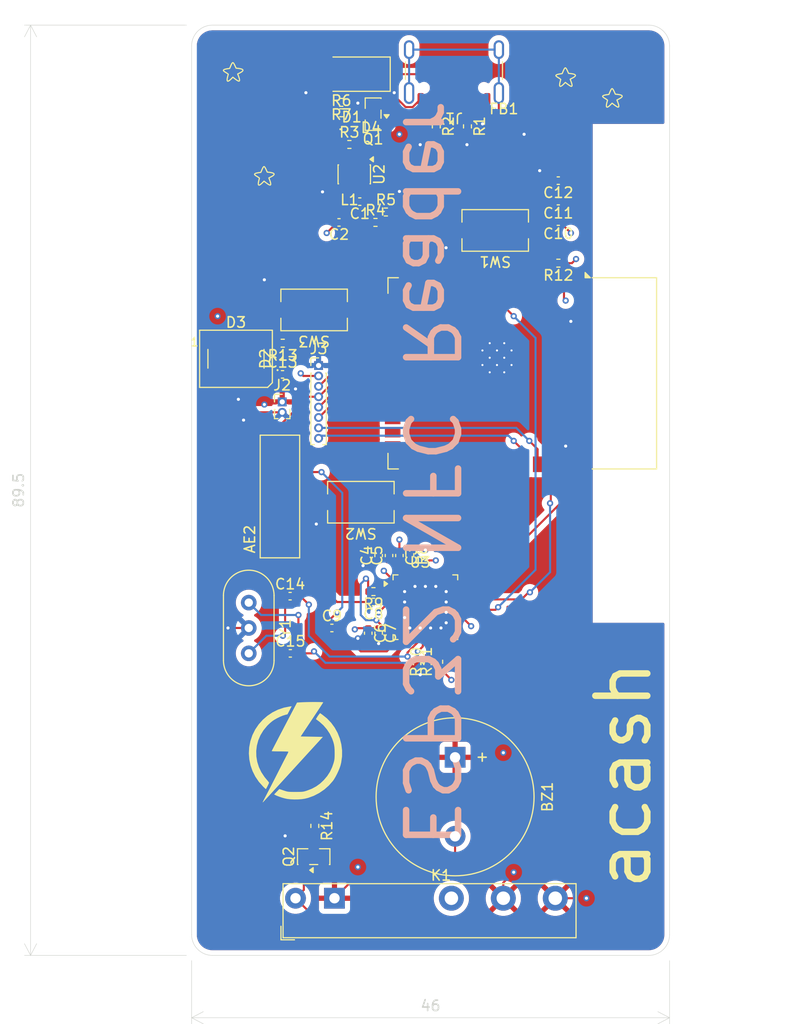
<source format=kicad_pcb>
(kicad_pcb (version 20241229) (generator "pcbnew") (generator_version "9.0")
  (layers (0 "F.Cu" signal) (4 "In1.Cu" signal) (6 "In2.Cu" signal) (2 "B.Cu" signal) (13 "F.Paste" user) (15 "B.Paste" user) (5 "F.SilkS" user "F.Silkscreen") (7 "B.SilkS" user "B.Silkscreen") (1 "F.Mask" user) (3 "B.Mask" user) (25 "Edge.Cuts" user))
  (net 0 "")
  (net 1 "Net-(AE2-Pad2)")
  (net 2 "+5V")
  (net 3 "/DRAIN")
  (net 4 "Net-(U2-BST)")
  (net 5 "/SW")
  (net 6 "+3V3")
  (net 7 "Net-(C2-Pad1)")
  (net 8 "Earth")
  (net 9 "Net-(U3-TX1)")
  (net 10 "Net-(AE2-Pad1)")
  (net 11 "Net-(D2-K)")
  (net 12 "/OSC_IN")
  (net 13 "Net-(C14-Pad1)")
  (net 14 "Net-(C15-Pad1)")
  (net 15 "/OSC_OUT")
  (net 16 "/VBUS_USB")
  (net 17 "/IN")
  (net 18 "Net-(D2-A)")
  (net 20 "Net-(J1-SHIELD)")
  (net 21 "/USB_DP")
  (net 22 "Net-(J1-CC2)")
  (net 23 "/USB_DM")
  (net 26 "Net-(J1-CC1)")
  (net 27 "/RXD0")
  (net 28 "/IO13")
  (net 29 "/IO14")
  (net 30 "/TXD0")
  (net 31 "/IO10")
  (net 32 "/IO12")
  (net 33 "Net-(Q1-G)")
  (net 34 "Net-(U2-EN)")
  (net 35 "/FB")
  (net 36 "/IO33")
  (net 37 "Net-(U3-LOADMOD)")
  (net 38 "Net-(U3-I0)")
  (net 39 "Net-(U3-I1)")
  (net 40 "/EN")
  (net 41 "/IO0")
  (net 42 "/IO9")
  (net 44 "/IO7")
  (net 50 "/I2C_SDA")
  (net 52 "/I2C_SCL")
  (net 88 "Net-(Q2-S)")
  (net 89 "Net-(U3-RX)")
  (footprint "Crystal:Crystal_HC49-U-3Pin_Vertical" (layer "F.Cu") (at 128 101.06 -90)
    (property "Reference" "Y1")
    (property "Value" "27.12MHz")
  )
  (footprint "Resistor_SMD:R_0402_1005Metric" (layer "F.Cu") (at 145.28 106.75 90)
    (property "Reference" "R10")
    (property "Value" "10k")
  )
  (footprint "Capacitor_SMD:C_0402_1005Metric" (layer "F.Cu") (at 138.685 62.478824 180)
    (property "Reference" "C1")
    (property "Value" "0.1uF")
  )
  (footprint "Package_DFN_QFN:HVQFN-40-1EP_6x6mm_P0.5mm_EP4.1x4.1mm" (layer "F.Cu") (at 145 101.5)
    (property "Reference" "U3")
    (property "Value" "PN5321A3HN_C1xx")
  )
  (footprint "Resistor_SMD:R_0402_1005Metric" (layer "F.Cu") (at 146.05 55.238824 -90)
    (property "Reference" "R2")
    (property "Value" "5.1k")
  )
  (footprint "Button_Switch_SMD:SW_Tactile_SPST_NO_Straight_CK_PTS636Sx25SMTRLFS" (layer "F.Cu") (at 138.79 91.4 180)
    (property "Reference" "SW2")
    (property "Value" "BOOT")
  )
  (footprint "Capacitor_SMD:C_0402_1005Metric" (layer "F.Cu") (at 141.5 96.53 90)
    (property "Reference" "C5")
    (property "Value" "4.7uF")
  )
  (footprint "Capacitor_SMD:C_0402_1005Metric" (layer "F.Cu") (at 142.5 96.53 -90)
    (property "Reference" "C3")
    (property "Value" "1uF")
  )
  (footprint "Capacitor_SMD:C_0402_1005Metric" (layer "F.Cu") (at 136.685 64.478824 180)
    (property "Reference" "C2")
    (property "Value" "47uF")
  )
  (footprint "Capacitor_SMD:C_0402_1005Metric" (layer "F.Cu") (at 131.25 79.1)
    (property "Reference" "C13")
    (property "Value" "100nF")
  )
  (footprint "Connector_PinHeader_1.00mm:PinHeader_1x08_P1.00mm_Vertical" (layer "F.Cu") (at 134.72 78.25)
    (property "Reference" "J3")
    (property "Value" "Conn_01x08")
  )
  (footprint "Capacitor_SMD:C_0402_1005Metric" (layer "F.Cu") (at 140.5 96.53 90)
    (property "Reference" "C4")
    (property "Value" "0.1uF")
  )
  (footprint "Resistor_SMD:R_0402_1005Metric" (layer "F.Cu") (at 136.9125 53.931324)
    (property "Reference" "R6")
    (property "Value" "100k")
  )
  (footprint "Resistor_SMD:R_0402_1005Metric" (layer "F.Cu") (at 140 100 180)
    (property "Reference" "R9")
    (property "Value" "1.8k")
  )
  (footprint "Diode_SMD:D_SMA" (layer "F.Cu") (at 138.105 50.216324 180)
    (property "Reference" "D4")
    (property "Value" "D_TVS")
  )
  (footprint "Capacitor_SMD:C_0402_1005Metric" (layer "F.Cu") (at 140.5 104 -90)
    (property "Reference" "C7")
    (property "Value" "1uF")
  )
  (footprint "Capacitor_SMD:C_0402_1005Metric" (layer "F.Cu") (at 132 105.94)
    (property "Reference" "C15")
    (property "Value" "15pF")
  )
  (footprint "lightbulb:star" (layer "F.Cu") (at 129.5 60)
    (property "Reference" "G***" (hide yes))
    (property "Value" "LOGO" (hide yes))
  )
  (footprint "Resistor_SMD:R_0402_1005Metric" (layer "F.Cu") (at 134.3575 122.5425 -90)
    (property "Reference" "R14")
    (property "Value" "220")
  )
  (footprint "Diode_SMD:D_0402_1005Metric" (layer "F.Cu") (at 130.77 77.6 90)
    (property "Reference" "D2")
    (property "Value" "D")
  )
  (footprint "Capacitor_SMD:C_0402_1005Metric" (layer "F.Cu") (at 157.79 60.46 180)
    (property "Reference" "C12")
    (property "Value" "1uF")
  )
  (footprint "lightbulb:star" (layer "F.Cu") (at 158.5 50.5)
    (property "Reference" "G***" (hide yes))
    (property "Value" "LOGO" (hide yes))
  )
  (footprint "Button_Switch_SMD:SW_Tactile_SPST_NO_Straight_CK_PTS636Sx25SMTRLFS" (layer "F.Cu") (at 134.29 72.9 180)
    (property "Reference" "SW3")
    (property "Value" "USER_INPUT")
  )
  (footprint "Capacitor_SMD:C_0402_1005Metric" (layer "F.Cu") (at 157.79 62.43 180)
    (property "Reference" "C11")
    (property "Value" "0.1uF")
  )
  (footprint "Capacitor_SMD:C_0402_1005Metric" (layer "F.Cu") (at 140 101 180)
    (property "Reference" "C8")
    (property "Value" "220pF")
  )
  (footprint "RF_Module:ESP32-S3-WROOM-1" (layer "F.Cu") (at 154.35 79 -90)
    (property "Reference" "U1" (hide yes))
    (property "Value" "ESP32-S3-WROOM-1")
  )
  (footprint "Connector_PinHeader_1.00mm:PinHeader_1x02_P1.00mm_Vertical" (layer "F.Cu") (at 131.22 81.75)
    (property "Reference" "J2")
    (property "Value" "Conn_01x02_Pin")
  )
  (footprint "Button_Switch_SMD:SW_Tactile_SPST_NO_Straight_CK_PTS636Sx25SMTRLFS" (layer "F.Cu") (at 151.72 65.25 180)
    (property "Reference" "SW1")
    (property "Value" "RESET")
  )
  (footprint "Buzzer_Beeper:Buzzer_15x7.5RM7.6" (layer "F.Cu") (at 147.8575 115.9425 -90)
    (property "Reference" "BZ1")
    (property "Value" "Buzzer")
  )
  (footprint "Resistor_SMD:R_0402_1005Metric" (layer "F.Cu") (at 146.28 106.75 90)
    (property "Reference" "R11")
    (property "Value" "10k")
  )
  (footprint "lightbulb:star" (layer "F.Cu") (at 163 52.5)
    (property "Reference" "G***" (hide yes))
    (property "Value" "LOGO" (hide yes))
  )
  (footprint "Package_TO_SOT_SMD:SOT-23" (layer "F.Cu") (at 134.25 125.5 90)
    (property "Reference" "Q2")
    (property "Value" "Q_NMOS")
  )
  (footprint "Package_TO_SOT_SMD:TSOT-23-6" (layer "F.Cu") (at 138.155 59.853824 -90)
    (property "Reference" "U2")
    (property "Value" "AP63203WU")
  )
  (footprint "Inductor_SMD:L_0402_1005Metric" (layer "F.Cu") (at 152.55 54.728824)
    (property "Reference" "FB1")
    (property "Value" "FerriteBead_Small")
  )
  (footprint "RF_Antenna:Coilcraft_MA5532-AE_RFID" (layer "F.Cu") (at 131 90.85 90)
    (property "Reference" "AE2")
    (property "Value" "Antenna_Loop")
  )
  (footprint "Inductor_SMD:L_0402_1005Metric" (layer "F.Cu") (at 137.685 63.478824)
    (property "Reference" "L1")
    (property "Value" "4.7uH")
  )
  (footprint "LED_SMD:LED_WS2812B_PLCC4_5.0x5.0mm_P3.2mm" (layer "F.Cu") (at 126.77 77.6)
    (property "Reference" "D3")
    (property "Value" "WS2812B")
  )
  (footprint "Resistor_SMD:R_0402_1005Metric" (layer "F.Cu") (at 137.685 56.978824)
    (property "Reference" "R3")
    (property "Value" "10k")
  )
  (footprint "Capacitor_SMD:C_0402_1005Metric" (layer "F.Cu") (at 136 103.5)
    (property "Reference" "C9")
    (property "Value" "100pF")
  )
  (footprint "Resistor_SMD:R_0402_1005Metric" (layer "F.Cu") (at 131.27 76.1 180)
    (property "Reference" "R13")
    (property "Value" "330")
  )
  (footprint "Diode_SMD:D_0402_1005Metric" (layer "F.Cu") (at 137.905 55.516324)
    (property "Reference" "D1")
    (property "Value" "D_Schottky")
  )
  (footprint "lightbulb:lightning" (layer "F.Cu") (at 132.5 115.5)
    (property "Reference" "G***" (hide yes))
    (property "Value" "LOGO" (hide yes))
  )
  (footprint "Capacitor_SMD:C_0402_1005Metric" (layer "F.Cu") (at 131.98 100.44)
    (property "Reference" "C14")
    (property "Value" "15pF")
  )
  (footprint "Resistor_SMD:R_0402_1005Metric" (layer "F.Cu") (at 140.195 64.478824)
    (property "Reference" "R4")
    (property "Value" "100k")
  )
  (footprint "Resistor_SMD:R_0402_1005Metric" (layer "F.Cu") (at 141.195 63.478824)
    (property "Reference" "R5")
    (property "Value" "56k")
  )
  (footprint "lightbulb:star" (layer "F.Cu") (at 126.5 50)
    (property "Reference" "G***" (hide yes))
    (property "Value" "LOGO" (hide yes))
  )
  (footprint "Resistor_SMD:R_0402_1005Metric" (layer "F.Cu") (at 149.05 55.238824 -90)
    (property "Reference" "R1")
    (property "Value" "5.1k")
  )
  (footprint "Capacitor_SMD:C_0402_1005Metric" (layer "F.Cu") (at 157.79 64.4 180)
    (property "Reference" "C10")
    (property "Value" "10uF")
  )
  (footprint "Capacitor_SMD:C_0402_1005Metric" (layer "F.Cu") (at 139.5 104 -90)
    (property "Reference" "C6")
    (property "Value" "0.1uF")
  )
  (footprint "Resistor_SMD:R_0402_1005Metric" (layer "F.Cu") (at 136.9025 52.931324 180)
    (property "Reference" "R7")
    (property "Value" "100k")
  )
  (footprint "Package_TO_SOT_SMD:SOT-23" (layer "F.Cu") (at 139.9675 54.066324 180)
    (property "Reference" "Q1")
    (property "Value" "PMOS")
  )
  (footprint "Resistor_SMD:R_0402_1005Metric" (layer "F.Cu") (at 143.5 96.5 -90)
    (property "Reference" "R8")
    (property "Value" "10k")
  )
  (footprint "Connector_USB:USB_C_Receptacle_GCT_USB4105-xx-A_16P_TopMnt_Horizontal" (layer "F.Cu") (at 147.75 48.928824 180)
    (property "Reference" "J1")
    (property "Value" "USB_C_Receptacle_USB2.0_16P")
  )
  (footprint "Resistor_SMD:R_0402_1005Metric" (layer "F.Cu") (at 157.8 68.4 180)
    (property "Reference" "R12")
    (property "Value" "10k")
  )
  (footprint "Relay_THT:Relay_SPDT_Finder_34.51_Vertical" (layer "F.Cu") (at 136.25 129.5)
    (property "Reference" "K1")
    (property "Value" "Relay_SPDT")
  )
  (gr_arc (start 168.5 133) (mid 167.914214 134.414214) (end 166.5 135) (stroke (width 0.05)) (layer "Edge.Cuts"))
  (gr_line (start 122.5 133) (end 122.5 47.5) (stroke (width 0.05)) (layer "Edge.Cuts"))
  (gr_line (start 168.5 47.5) (end 168.5 133) (stroke (width 0.05)) (layer "Edge.Cuts"))
  (gr_arc (start 124.5 135) (mid 123.085786 134.414214) (end 122.5 133) (stroke (width 0.05)) (layer "Edge.Cuts"))
  (gr_line (start 124.5 45.5) (end 166.5 45.5) (stroke (width 0.05)) (layer "Edge.Cuts"))
  (gr_arc (start 122.5 47.5) (mid 123.085786 46.085786) (end 124.5 45.5) (stroke (width 0.05)) (layer "Edge.Cuts"))
  (gr_line (start 166.5 135) (end 124.5 135) (stroke (width 0.05)) (layer "Edge.Cuts"))
  (gr_arc (start 166.5 45.5) (mid 167.914214 46.085786) (end 168.5 47.5) (stroke (width 0.05)) (layer "Edge.Cuts"))
  (gr_text "acash\n" (at 167 129 90) (layer "F.SilkS") (effects (font (size 5 5) (thickness 0.625)) (justify left bottom)))
  (gr_text "ESP32 NFC Reader" (at 142.5 125 270) (layer "B.SilkS") (effects (font (size 5 5) (thickness 0.625)) (justify left bottom mirror)))
  (dimension (type orthogonal) (layer "Edge.Cuts") (pts (xy 122.5 135) (xy 122.5 45.5)) (height -15.5) (orientation 1) (format (prefix "") (suffix "") (units 3) (units_format 0) (precision 4) (suppress_zeroes yes)) (style (thickness 0.05) (arrow_length 1.27) (text_position_mode 0) (arrow_direction outward) (extension_height 0.58642) (extension_offset 0.5) (keep_text_aligned yes)) (gr_text "89.5" (at 105.85 90.25 90) (layer "Edge.Cuts") (effects (font (size 1 1) (thickness 0.15)))))
  (dimension (type orthogonal) (layer "Edge.Cuts") (pts (xy 122.5 135) (xy 168.5 135)) (height 6) (orientation 0) (format (prefix "") (suffix "") (units 3) (units_format 0) (precision 4) (suppress_zeroes yes)) (style (thickness 0.05) (arrow_length 1.27) (text_position_mode 0) (arrow_direction outward) (extension_height 0.58642) (extension_offset 0.5) (keep_text_aligned yes)) (gr_text "46" (at 145.5 139.85 0) (layer "Edge.Cuts") (effects (font (size 1 1) (thickness 0.15)))))
  (segment (start 133.3 88.5) (end 135 88.5) (width 0.2) (layer "F.Cu") (net 1))
  (segment (start 135.52 102.98) (end 136.5 102) (width 0.2) (layer "F.Cu") (net 1))
  (segment (start 135.52 103.5) (end 135.52 102.98) (width 0.2) (layer "F.Cu") (net 1))
  (segment (start 131 86.2) (end 133.3 88.5) (width 0.2) (layer "F.Cu") (net 1))
  (via (at 136.5 102) (size 0.6) (drill 0.3) (layers "F.Cu" "B.Cu") (net 1))
  (via (at 135 88.5) (size 0.6) (drill 0.3) (layers "F.Cu" "B.Cu") (net 1))
  (segment (start 137 101.5) (end 136.5 102) (width 0.2) (layer "B.Cu") (net 1))
  (segment (start 137 90.5) (end 137 101.5) (width 0.2) (layer "B.Cu") (net 1))
  (segment (start 135 88.5) (end 137 90.5) (width 0.2) (layer "B.Cu") (net 1))
  (segment (start 136.25 129.5) (end 138.5 127.25) (width 0.2) (layer "F.Cu") (net 2))
  (segment (start 147.8575 115.9425) (end 152.0575 115.9425) (width 0.2) (layer "F.Cu") (net 2))
  (segment (start 131.22 81.75) (end 129.75 81.75) (width 0.2) (layer "F.Cu") (net 2))
  (segment (start 152.5 129.5) (end 152.5 128) (width 0.2) (layer "F.Cu") (net 2))
  (segment (start 138.5 127.25) (end 138.5 126.5) (width 0.2) (layer "F.Cu") (net 2))
  (segment (start 125 75.27) (end 125 73.5) (width 0.2) (layer "F.Cu") (net 2))
  (segment (start 124.32 75.95) (end 125 75.27) (width 0.2) (layer "F.Cu") (net 2))
  (segment (start 129.75 81.75) (end 129.5 82) (width 0.2) (layer "F.Cu") (net 2))
  (segment (start 141.888676 56) (end 142.5 56) (width 0.2) (layer "F.Cu") (net 2))
  (segment (start 157.5 129.5) (end 160.5 129.5) (width 0.2) (layer "F.Cu") (net 2))
  (segment (start 152.5 128) (end 153.5 127) (width 0.2) (layer "F.Cu") (net 2))
  (segment (start 152.0575 115.9425) (end 152.5 115.5) (width 0.2) (layer "F.Cu") (net 2))
  (segment (start 140.905 55.016324) (end 141.888676 56) (width 0.2) (layer "F.Cu") (net 2))
  (via (at 138.5 126.5) (size 0.6) (drill 0.3) (layers "F.Cu" "B.Cu") (net 2))
  (via (at 160.5 129.5) (size 0.6) (drill 0.3) (layers "F.Cu" "B.Cu") (net 2))
  (via (at 142.5 56) (size 0.6) (drill 0.3) (layers "F.Cu" "B.Cu") (net 2))
  (via (at 152.5 115.5) (size 0.6) (drill 0.3) (layers "F.Cu" "B.Cu") (net 2))
  (via (at 153.5 127) (size 0.6) (drill 0.3) (layers "F.Cu" "B.Cu") (net 2))
  (via (at 125 73.5) (size 0.6) (drill 0.3) (layers "F.Cu" "B.Cu") (net 2))
  (via (at 129.5 82) (size 0.6) (drill 0.3) (layers "F.Cu" "B.Cu") (net 2))
  (segment (start 147.8575 125.6725) (end 147.8575 123.5425) (width 0.2) (layer "F.Cu") (net 3))
  (segment (start 134.25 131.25) (end 142.28 131.25) (width 0.2) (layer "F.Cu") (net 3))
  (segment (start 132.5 129.5) (end 134.25 131.25) (width 0.2) (layer "F.Cu") (net 3))
  (segment (start 142.28 131.25) (end 147.8575 125.6725) (width 0.2) (layer "F.Cu") (net 3))
  (segment (start 133.3 126.4375) (end 133.3 128.7) (width 0.2) (layer "F.Cu") (net 3))
  (segment (start 133.3 128.7) (end 132.5 129.5) (width 0.2) (layer "F.Cu") (net 3))
  (segment (start 139.165 61.051324) (end 139.105 60.991324) (width 0.2) (layer "F.Cu") (net 4))
  (segment (start 139.165 62.478824) (end 139.165 61.051324) (width 0.2) (layer "F.Cu") (net 4))
  (segment (start 138.205 62.478824) (end 138.205 61.041324) (width 0.2) (layer "F.Cu") (net 5))
  (segment (start 138.17 63.478824) (end 138.17 62.513824) (width 0.2) (layer "F.Cu") (net 5))
  (segment (start 138.205 61.041324) (end 138.155 60.991324) (width 0.2) (layer "F.Cu") (net 5))
  (segment (start 138.17 62.513824) (end 138.205 62.478824) (width 0.2) (layer "F.Cu") (net 5))
  (segment (start 142.5 96.05) (end 142.5 95) (width 0.2) (layer "F.Cu") (net 6))
  (segment (start 138.321677 103.52) (end 138.207363 103.634314) (width 0.2) (layer "F.Cu") (net 6))
  (segment (start 158.27 64.4) (end 158.27 62.43) (width 0.2) (layer "F.Cu") (net 6))
  (segment (start 147.9375 102.75) (end 148.825763 102.75) (width 0.2) (layer "F.Cu") (net 6))
  (segment (start 142.0625 103.25) (end 140.78 103.25) (width 0.2) (layer "F.Cu") (net 6))
  (segment (start 139.5 103.52) (end 138.321677 103.52) (width 0.2) (layer "F.Cu") (net 6))
  (segment (start 142.0625 101.25) (end 141.25 101.25) (width 0.2) (layer "F.Cu") (net 6))
  (segment (start 139.49 100) (end 139.49 98.96) (width 0.2) (layer "F.Cu") (net 6))
  (segment (start 148.825763 102.75) (end 149.40031 103.324547) (width 0.2) (layer "F.Cu") (net 6))
  (segment (start 142.0625 102.75) (end 142.0625 103.25) (width 0.2) (layer "F.Cu") (net 6))
  (segment (start 158.27 64.77) (end 159 65.5) (width 0.2) (layer "F.Cu") (net 6))
  (segment (start 141.25 101.25) (end 140.5 102) (width 0.2) (layer "F.Cu") (net 6))
  (segment (start 143.51 96) (end 143.5 95.99) (width 0.2) (layer "F.Cu") (net 6))
  (segment (start 147.5 108.5) (end 147.5 108.48) (width 0.2) (layer "F.Cu") (net 6))
  (segment (start 140.78 103.25) (end 140.28 102.75) (width 0.2) (layer "F.Cu") (net 6))
  (segment (start 139.49 98.96) (end 139.28 98.75) (width 0.2) (layer "F.Cu") (net 6))
  (segment (start 146 97) (end 145.359202 97) (width 0.2) (layer "F.Cu") (net 6))
  (segment (start 145.359202 97) (end 144.25 98.109202) (width 0.2) (layer "F.Cu") (net 6))
  (segment (start 158.27 62.43) (end 158.27 60.46) (width 0.2) (layer "F.Cu") (net 6))
  (segment (start 136.205 64.795) (end 135.5 65.5) (width 0.2) (layer "F.Cu") (net 6))
  (segment (start 143 98.5625) (end 141.5625 98.5625) (width 0.2) (layer "F.Cu") (net 6))
  (segment (start 158.34 71.84) (end 158.5 72) (width 0.2) (layer "F.Cu") (net 6))
  (segment (start 134.72 79.25) (end 133.25 79.25) (width 0.2) (layer "F.Cu") (net 6))
  (segment (start 142.5 96.05) (end 141.5 96.05) (width 0.2) (layer "F.Cu") (net 6))
  (segment (start 140.5 103.52) (end 139.5 103.52) (width 0.2) (layer "F.Cu") (net 6))
  (segment (start 136.205 64.478824) (end 136.205 64.795) (width 0.2) (layer "F.Cu") (net 6))
  (segment (start 142.0625 103.25) (end 140.77 103.25) (width 0.2) (layer "F.Cu") (net 6))
  (segment (start 141.5 96.05) (end 140.5 96.05) (width 0.2) (layer "F.Cu") (net 6))
  (segment (start 147.5 108.48) (end 146.28 107.26) (width 0.2) (layer "F.Cu") (net 6))
  (segment (start 158.31 68.4) (end 159.1 68.4) (width 0.2) (layer "F.Cu") (net 6))
  (segment (start 143.25 98.5625) (end 143 98.5625) (width 0.2) (layer "F.Cu") (net 6))
  (segment (start 159.1 68.4) (end 159.5 68) (width 0.2) (layer "F.Cu") (net 6))
  (segment (start 158.34 70.25) (end 158.34 71.84) (width 0.2) (layer "F.Cu") (net 6))
  (segment (start 145 96) (end 143.51 96) (width 0.2) (layer "F.Cu") (net 6))
  (segment (start 133.25 79.25) (end 133 79) (width 0.2) (layer "F.Cu") (net 6))
  (segment (start 144.25 98.109202) (end 144.25 98.5625) (width 0.2) (layer "F.Cu") (net 6))
  (segment (start 140.77 103.25) (end 140.5 103.52) (width 0.2) (layer "F.Cu") (net 6))
  (segment (start 158.27 64.4) (end 158.27 64.77) (width 0.2) (layer "F.Cu") (net 6))
  (segment (start 141.5625 98.5625) (end 141 98) (width 0.2) (layer "F.Cu") (net 6))
  (segment (start 143 98.5625) (end 142.75 98.5625) (width 0.2) (layer "F.Cu") (net 6))
  (via (at 141 98) (size 0.6) (drill 0.3) (layers "F.Cu" "B.Cu") (net 6))
  (via (at 145 96) (size 0.6) (drill 0.3) (layers "F.Cu" "B.Cu") (net 6))
  (via (at 138.207363 103.634314) (size 0.6) (drill 0.3) (layers "F.Cu" "B.Cu") (net 6))
  (via (at 159 65.5) (size 0.6) (drill 0.3) (layers "F.Cu" "B.Cu") (net 6))
  (via (at 133 79) (size 0.6) (drill 0.3) (layers "F.Cu" "B.Cu") (net 6))
  (via (at 140.5 102) (size 0.6) (drill 0.3) (layers "F.Cu" "B.Cu") (net 6))
  (via (at 140.28 102.75) (size 0.6) (drill 0.3) (layers "F.Cu" "B.Cu") (net 6))
  (via (at 147.5 108.5) (size 0.6) (drill 0.3) (layers "F.Cu" "B.Cu") (net 6))
  (via (at 142.5 95) (size 0.6) (drill 0.3) (layers "F.Cu" "B.Cu") (net 6))
  (via (at 135.5 65.5) (size 0.6) (drill 0.3) (layers "F.Cu" "B.Cu") (net 6))
  (via (at 141 98) (size 0.6) (drill 0.3) (layers "F.Cu" "B.Cu") (net 6))
  (via (at 139.28 98.75) (size 0.6) (drill 0.3) (layers "F.Cu" "B.Cu") (net 6))
  (via (at 141 98) (size 0.6) (drill 0.3) (layers "F.Cu" "B.Cu") (net 6))
  (via (at 149.40031 103.324547) (size 0.6) (drill 0.3) (layers "F.Cu" "B.Cu") (net 6))
  (via (at 146 97) (size 0.6) (drill 0.3) (layers "F.Cu" "B.Cu") (net 6))
  (via (at 158.5 72) (size 0.6) (drill 0.3) (layers "F.Cu" "B.Cu") (net 6))
  (via (at 159.5 68) (size 0.6) (drill 0.3) (layers "F.Cu" "B.Cu") (net 6))
  (segment (start 138.78 99.25) (end 139.28 98.75) (width 0.2) (layer "B.Cu") (net 6))
  (segment (start 138.78 102.25) (end 138.78 99.25) (width 0.2) (layer "B.Cu") (net 6))
  (segment (start 139.28 102.75) (end 138.78 102.25) (width 0.2) (layer "B.Cu") (net 6))
  (segment (start 140.28 102.75) (end 139.28 102.75) (width 0.2) (layer "B.Cu") (net 6))
  (segment (start 137.165 63.513824) (end 137.2 63.478824) (width 0.2) (layer "F.Cu") (net 7))
  (segment (start 137.165 64.478824) (end 137.165 63.513824) (width 0.2) (layer "F.Cu") (net 7))
  (segment (start 139.685 64.478824) (end 137.165 64.478824) (width 0.2) (layer "F.Cu") (net 7))
  (segment (start 159.61 87.11) (end 158.5 86) (width 0.2) (layer "F.Cu") (net 8))
  (segment (start 142.0625 100.25) (end 142.75 100.25) (width 0.2) (layer "F.Cu") (net 8))
  (segment (start 128 103.5) (end 126 103.5) (width 0.2) (layer "F.Cu") (net 8))
  (segment (start 150.95 54.55) (end 150.5 55) (width 0.2) (layer "F.Cu") (net 8))
  (segment (start 144 102.5) (end 145 101.5) (width 0.2) (layer "F.Cu") (net 8))
  (segment (start 143.774 53.384824) (end 143.098215 53.384824) (width 0.2) (layer "F.Cu") (net 8))
  (segment (start 128.25 82.75) (end 127.5 83.5) (width 0.2) (layer "F.Cu") (net 8))
  (segment (start 143.098215 53.384824) (end 142 52.286609) (width 0.2) (layer "F.Cu") (net 8))
  (segment (start 127 81.47) (end 129.22 79.25) (width 0.2) (layer "F.Cu") (net 8))
  (segment (start 142.75 100.25) (end 143 100) (width 0.2) (layer "F.Cu") (net 8))
  (segment (start 142.0625 99.25) (end 142.1135 99.301) (width 0.2) (layer "F.Cu") (net 8))
  (segment (start 159 74) (end 159.61 73.39) (width 0.2) (layer "F.Cu") (net 8))
  (segment (start 147 103) (end 146.5 103) (width 0.2) (layer "F.Cu") (net 8))
  (segment (start 143 100) (end 143.5 100) (width 0.2) (layer "F.Cu") (net 8))
  (segment (start 142 52.286609) (end 142 52) (width 0.2) (layer "F.Cu") (net 8))
  (segment (start 145 99.5) (end 145 101.5) (width 0.2) (layer "F.Cu") (net 8))
  (segment (start 146.05 55.748824) (end 145.751176 55.748824) (width 0.2) (layer "F.Cu") (net 8))
  (segment (start 147 102) (end 145.5 102) (width 0.2) (layer "F.Cu") (net 8))
  (segment (start 156.96 60.46) (end 156 59.5) (width 0.2) (layer "F.Cu") (net 8))
  (segment (start 144.55 52.608824) (end 143.774 53.384824) (width 0.2) (layer "F.Cu") (net 8))
  (segment (start 130.415 72.9) (end 130.415 70.915) (width 0.2) (layer "F.Cu") (net 8))
  (segment (start 142.1135 99.301) (end 143.801 99.301) (width 0.2) (layer "F.Cu") (net 8))
  (segment (start 142.0625 102.25) (end 142.75 102.25) (width 0.2) (layer "F.Cu") (net 8))
  (segment (start 131.22 82.75) (end 128.25 82.75) (width 0.2) (layer "F.Cu") (net 8))
  (segment (start 142.75 102.25) (end 143 102.5) (width 0.2) (layer "F.Cu") (net 8))
  (segment (start 134.915 91.4) (end 134.915 93.085) (width 0.2) (layer "F.Cu") (net 8))
  (segment (start 157.31 64.4) (end 157.31 62.43) (width 0.2) (layer "F.Cu") (net 8))
  (segment (start 154.5 56) (end 154.306176 56) (width 0.2) (layer "F.Cu") (net 8))
  (segment (start 143.801 99.301) (end 144 99.5) (width 0.2) (layer "F.Cu") (net 8))
  (segment (start 147 100) (end 146.5 100) (width 0.2) (layer "F.Cu") (net 8))
  (segment (start 145.751176 55.748824) (end 144.5 57) (width 0.2) (layer "F.Cu") (net 8))
  (segment (start 147.845 65.25) (end 147.845 66.058548) (width 0.2) (layer "F.Cu") (net 8))
  (segment (start 141.705 63.478824) (end 141.705 62.295) (width 0.2) (layer "F.Cu") (net 8))
  (segment (start 143.5 100) (end 145 101.5) (width 0.2) (layer "F.Cu") (net 8))
  (segment (start 157.31 62.43) (end 157.31 60.46) (width 0.2) (layer "F.Cu") (net 8))
  (segment (start 145 103) (end 144.5 103.5) (width 0.2) (layer "F.Cu") (net 8))
  (segment (start 142.824 103.910202) (end 143.234202 103.5) (width 0.2) (layer "F.Cu") (net 8))
  (segment (start 144.5 101) (end 145 101.5) (width 0.2) (layer "F.Cu") (net 8))
  (segment (start 134.25 124.5625) (end 133.1875 123.5) (width 0.2) (layer "F.Cu") (net 8))
  (segment (start 159.61 87.75) (end 159.61 87.11) (width 0.2) (layer "F.Cu") (net 8))
  (segment (start 141.705 62.295) (end 142.5 61.5) (width 0.2) (layer "F.Cu") (net 8))
  (segment (start 146 100.5) (end 145 101.5) (width 0.2) (layer "F.Cu") (net 8))
  (segment (start 140.5 104.48) (end 140.5 105) (width 0.2) (layer "F.Cu") (net 8))
  (segment (start 132.5 80.5) (end 132.5 79.87) (width 0.2) (layer "F.Cu") (net 8))
  (segment (start 143 102.5) (end 144 102.5) (width 0.2) (layer "F.Cu") (net 8))
  (segment (start 154.306176 56) (end 153.035 54.728824) (width 0.2) (layer "F.Cu") (net 8))
  (segment (start 138.52 104.48) (end 138.5 104.5) (width 0.2) (layer "F.Cu") (net 8))
  (segment (start 149.05 55.748824) (end 149.05 56.95) (width 0.2) (layer "F.Cu") (net 8))
  (segment (start 142.824 104.3635) (end 142.824 103.910202) (width 0.2) (layer "F.Cu") (net 8))
  (segment (start 134.915 93.085) (end 134.5 93.5) (width 0.2) (layer "F.Cu") (net 8))
  (segment (start 144 100.5) (end 145 101.5) (width 0.2) (layer "F.Cu") (net 8))
  (segment (start 149.05 56.95) (end 149 57) (width 0.2) (layer "F.Cu") (net 8))
  (segment (start 137.481176 53) (end 137.4125 52.931324) (width 0.2) (layer "F.Cu") (net 8))
  (segment (start 146.5 103.5) (end 146.5 103) (width 0.2) (layer "F.Cu") (net 8))
  (segment (start 145.28 107.26) (end 145.24 107.26) (width 0.2) (layer "F.Cu") (net 8))
  (segment (start 132.5 79.87) (end 131.73 79.1) (width 0.2) (layer "F.Cu") (net 8))
  (segment (start 145 101.5) (end 145 103) (width 0.2) (layer "F.Cu") (net 8))
  (segment (start 143.5 103) (end 145 101.5) (width 0.2) (layer "F.Cu") (net 8))
  (segment (start 144 99.5) (end 144 100.5) (width 0.2) (layer "F.Cu") (net 8))
  (segment (start 136.656152 61.540172) (end 135.097861 61.540172) (width 0.2) (layer "F.Cu") (net 8))
  (segment (start 147 101) (end 145.5 101) (width 0.2) (layer "F.Cu") (net 8))
  (segment (start 145.24 107.26) (end 144.5 108) (width 0.2) (layer "F.Cu") (net 8))
  (segment (start 145.5 103.5) (end 145.5 102) (width 0.2) (layer "F.Cu") (net 8))
  (segment (start 133.5 52) (end 135.283676 50.216324) (width 0.2) (layer "F.Cu") (net 8))
  (segment (start 142.75 104.4375) (end 142.824 104.3635) (width 0.2) (layer "F.Cu") (net 8))
  (segment (start 141.5 97.01) (end 140.5 97.01) (width 0.2) (layer "F.Cu") (net 8))
  (segment (start 139.5 104.48) (end 138.52 104.48) (width 0.2) (layer "F.Cu") (net 8))
  (segment (start 137.205 60.991324) (end 136.656152 61.540172) (width 0.2) (layer "F.Cu") (net 8))
  (segment (start 147.845 66.058548) (end 146.987272 66.916276) (width 0.2) (layer "F.Cu") (net 8))
  (segment (start 138.5 53) (end 137.481176 53) (width 0.2) (layer "F.Cu") (net 8))
  (segment (start 145.5 101) (end 145 101.5) (width 0.2) (layer "F.Cu") (net 8))
  (segment (start 133.1875 123.5) (end 131.5 123.5) (width 0.2) (layer "F.Cu") (net 8))
  (segment (start 146.5 100) (end 145 101.5) (width 0.2) (layer "F.Cu") (net 8))
  (segment (start 143.5 103.5) (end 143.5 103) (width 0.2) (layer "F.Cu") (net 8))
  (segment (start 146.5 103) (end 145 101.5) (width 0.2) (layer "F.Cu") (net 8))
  (segment (start 159.61 73.39) (end 159.61 70.25) (width 0.2) (layer "F.Cu") (net 8))
  (segment (start 139.49 97.01) (end 139 97.5) (width 0.2) (layer "F.Cu") (net 8))
  (segment (start 146 99.5) (end 146 100.5) (width 0.2) (layer "F.Cu") (net 8))
  (segment (start 143.234202 103.5) (end 143.5 103.5) (width 0.2) (layer "F.Cu") (net 8))
  (segment (start 143 101) (end 144.5 101) (width 0.2) (layer "F.Cu") (net 8))
  (segment (start 142.5 97.01) (end 141.5 97.01) (width 0.2) (layer "F.Cu") (net 8))
  (segment (start 135.283676 50.216324) (end 136.105 50.216324) (width 0.2) (layer "F.Cu") (net 8))
  (segment (start 140.5 97.01) (end 139.49 97.01) (width 0.2) (layer "F.Cu") (net 8))
  (segment (start 127 81.5) (end 127 81.47) (width 0.2) (layer "F.Cu") (net 8))
  (segment (start 145.5 102) (end 145 101.5) (width 0.2) (layer "F.Cu") (net 8))
  (segment (start 150.95 52.608824) (end 150.95 54.55) (width 0.2) (layer "F.Cu") (net 8))
  (segment (start 130.415 70.915) (end 129.5 70) (width 0.2) (layer "F.Cu") (net 8))
  (segment (start 157.31 60.46) (end 156.96 60.46) (width 0.2) (layer "F.Cu") (net 8))
  (via (at 126 103.5) (size 0.6) (drill 0.3) (layers "F.Cu" "B.Cu") (net 8))
  (via (at 132.5 80.5) (size 0.6) (drill 0.3) (layers "F.Cu" "B.Cu") (net 8))
  (via (at 139 97.5) (size 0.6) (drill 0.3) (layers "F.Cu" "B.Cu") (net 8))
  (via (at 135.097861 61.540172) (size 0.6) (drill 0.3) (layers "F.Cu" "B.Cu") (net 8))
  (via (at 134.5 93.5) (size 0.6) (drill 0.3) (layers "F.Cu" "B.Cu") (net 8))
  (via (at 140.5 105) (size 0.6) (drill 0.3) (layers "F.Cu" "B.Cu") (net 8))
  (via (at 154.5 56) (size 0.6) (drill 0.3) (layers "F.Cu" "B.Cu") (net 8))
  (via (at 145 99.5) (size 0.6) (drill 0.3) (layers "F.Cu" "B.Cu") (net 8))
  (via (at 131.5 123.5) (size 0.6) (drill 0.3) (layers "F.Cu" "B.Cu") (net 8))
  (via (at 147 103) (size 0.6) (drill 0.3) (layers "F.Cu" "B.Cu") (net 8))
  (via (at 156 59.5) (size 0.6) (drill 0.3) (layers "F.Cu" "B.Cu") (net 8))
  (via (at 144.5 57) (size 0.6) (drill 0.3) (layers "F.Cu" "B.Cu") (net 8))
  (via (at 143 101) (size 0.6) (drill 0.3) (layers "F.Cu" "B.Cu") (net 8))
  (via (at 129.5 70) (size 0.6) (drill 0.3) (layers "F.Cu" "B.Cu") (net 8))
  (via (at 143.5 103.5) (size 0.6) (drill 0.3) (layers "F.Cu" "B.Cu") (net 8))
  (via (at 147 102) (size 0.6) (drill 0.3) (layers "F.Cu" "B.Cu") (net 8))
  (via (at 144.5 108) (size 0.6) (drill 0.3) (layers "F.Cu" "B.Cu") (net 8))
  (via (at 144.5 103.5) (size 0.6) (drill 0.3) (layers "F.Cu" "B.Cu") (net 8))
  (via (at 143 102.5) (size 0.6) (drill 0.3) (layers "F.Cu" "B.Cu") (net 8))
  (via (at 127 81.5) (size 0.6) (drill 0.3) (layers "F.Cu" "B.Cu") (net 8))
  (via (at 144 99.5) (size 0.6) (drill 0.3) (layers "F.Cu" "B.Cu") (net 8))
  (via (at 147 101) (size 0.6) (drill 0.3) (layers "F.Cu" "B.Cu") (net 8))
  (via (at 159 74) (size 0.6) (drill 0.3) (layers "F.Cu" "B.Cu") (net 8))
  (via (at 158.5 86) (size 0.6) (drill 0.3) (layers "F.Cu" "B.Cu") (net 8))
  (via (at 138.5 53) (size 0.6) (drill 0.3) (layers "F.Cu" "B.Cu") (net 8))
  (via (at 150.5 55) (size 0.6) (drill 0.3) (layers "F.Cu" "B.Cu") (net 8))
  (via (at 146.5 103.5) (size 0.6) (drill 0.3) (layers "F.Cu" "B.Cu") (net 8))
  (via (at 149 57) (size 0.6) (drill 0.3) (layers "F.Cu" "B.Cu") (net 8))
  (via (at 146.987272 66.916276) (size 0.6) (drill 0.3) (layers "F.Cu" "B.Cu") (net 8))
  (via (at 147 100) (size 0.6) (drill 0.3) (layers "F.Cu" "B.Cu") (net 8))
  (via (at 138.5 104.5) (size 0.6) (drill 0.3) (layers "F.Cu" "B.Cu") (net 8))
  (via (at 142.5 61.5) (size 0.6) (drill 0.3) (layers "F.Cu" "B.Cu") (net 8))
  (via (at 133.5 52) (size 0.6) (drill 0.3) (layers "F.Cu" "B.Cu") (net 8))
  (via (at 127.5 83.5) (size 0.6) (drill 0.3) (layers "F.Cu" "B.Cu") (net 8))
  (via (at 142 52) (size 0.6) (drill 0.3) (layers "F.Cu" "B.Cu") (net 8))
  (via (at 143 100) (size 0.6) (drill 0.3) (layers "F.Cu" "B.Cu") (net 8))
  (via (at 145.5 103.5) (size 0.6) (drill 0.3) (layers "F.Cu" "B.Cu") (net 8))
  (via (at 146 99.5) (size 0.6) (drill 0.3) (layers "F.Cu" "B.Cu") (net 8))
  (segment (start 140.48 101) (end 140.73 100.75) (width 0.2) (layer "F.Cu") (net 9))
  (segment (start 140.73 100.75) (end 142.0625 100.75) (width 0.2) (layer "F.Cu") (net 9))
  (segment (start 139.52 101) (end 136.5 101) (width 0.2) (layer "F.Cu") (net 10))
  (segment (start 136.5 101) (end 131 95.5) (width 0.2) (layer "F.Cu") (net 10))
  (segment (start 130.77 79.1) (end 130.77 78.085) (width 0.2) (layer "F.Cu") (net 11))
  (segment (start 143.28 105.860798) (end 143.28 106.25) (width 0.2) (layer "F.Cu") (net 12))
  (segment (start 144.25 104.890798) (end 143.28 105.860798) (width 0.2) (layer "F.Cu") (net 12))
  (segment (start 132.97 100.44) (end 133.78 101.25) (width 0.2) (layer "F.Cu") (net 12))
  (segment (start 144.25 104.4375) (end 144.25 104.890798) (width 0.2) (layer "F.Cu") (net 12))
  (segment (start 132.46 100.44) (end 132.97 100.44) (width 0.2) (layer "F.Cu") (net 12))
  (via (at 133.78 101.25) (size 0.6) (drill 0.3) (layers "F.Cu" "B.Cu") (net 12))
  (via (at 143.28 106.25) (size 0.6) (drill 0.3) (layers "F.Cu" "B.Cu") (net 12))
  (segment (start 135.78 106.25) (end 133.78 104.25) (width 0.2) (layer "B.Cu") (net 12))
  (segment (start 143.28 106.25) (end 135.78 106.25) (width 0.2) (layer "B.Cu") (net 12))
  (segment (start 133.78 104.25) (end 133.78 101.25) (width 0.2) (layer "B.Cu") (net 12))
  (segment (start 131.5 100.44) (end 131.5 104.03) (width 0.2) (layer "F.Cu") (net 13))
  (segment (start 131.5 104.03) (end 131.28 104.25) (width 0.2) (layer "F.Cu") (net 13))
  (via (at 131.28 104.25) (size 0.6) (drill 0.3) (layers "F.Cu" "B.Cu") (net 13))
  (segment (start 128 105.94) (end 129.69 104.25) (width 0.2) (layer "B.Cu") (net 13))
  (segment (start 129.69 104.25) (end 131.28 104.25) (width 0.2) (layer "B.Cu") (net 13))
  (segment (start 131.52 105.94) (end 132.78 104.68) (width 0.2) (layer "F.Cu") (net 14))
  (segment (start 132.78 104.68) (end 132.78 102.25) (width 0.2) (layer "F.Cu") (net 14))
  (via (at 132.78 102.25) (size 0.6) (drill 0.3) (layers "F.Cu" "B.Cu") (net 14))
  (segment (start 129.19 102.25) (end 132.78 102.25) (width 0.2) (layer "B.Cu") (net 14))
  (segment (start 128 101.06) (end 129.19 102.25) (width 0.2) (layer "B.Cu") (net 14))
  (segment (start 144.75 105.28) (end 144.28 105.75) (width 0.2) (layer "F.Cu") (net 15))
  (segment (start 132.48 105.94) (end 134.09 105.94) (width 0.2) (layer "F.Cu") (net 15))
  (segment (start 134.09 105.94) (end 134.28 105.75) (width 0.2) (layer "F.Cu") (net 15))
  (segment (start 144.75 104.4375) (end 144.75 105.28) (width 0.2) (layer "F.Cu") (net 15))
  (via (at 144.28 105.75) (size 0.6) (drill 0.3) (layers "F.Cu" "B.Cu") (net 15))
  (via (at 134.28 105.75) (size 0.6) (drill 0.3) (layers "F.Cu" "B.Cu") (net 15))
  (segment (start 143.528943 106.851) (end 135.381 106.851) (width 0.2) (layer "B.Cu") (net 15))
  (segment (start 144.28 105.75) (end 144.28 106.099943) (width 0.2) (layer "B.Cu") (net 15))
  (segment (start 135.381 106.851) (end 134.28 105.75) (width 0.2) (layer "B.Cu") (net 15))
  (segment (start 144.28 106.099943) (end 143.528943 106.851) (width 0.2) (layer "B.Cu") (net 15))
  (segment (start 145.35 52.033825) (end 145.35 52.608824) (width 0.2) (layer "F.Cu") (net 16))
  (segment (start 139.03 54.066324) (end 137.5575 54.066324) (width 0.2) (layer "F.Cu") (net 16))
  (segment (start 137.5575 54.066324) (end 137.4225 53.931324) (width 0.2) (layer "F.Cu") (net 16))
  (segment (start 145.536 52.422824) (end 145.536 51.253816) (width 0.2) (layer "F.Cu") (net 16))
  (segment (start 150.15 52.608824) (end 150.15 52.033825) (width 0.2) (layer "F.Cu") (net 16))
  (segment (start 144.467499 54.066324) (end 145.35 53.183823) (width 0.2) (layer "F.Cu") (net 16))
  (segment (start 145.35 53.183823) (end 145.35 52.608824) (width 0.2) (layer "F.Cu") (net 16))
  (segment (start 144.498508 50.216324) (end 140.105 50.216324) (width 0.2) (layer "F.Cu") (net 16))
  (segment (start 145.536 51.253816) (end 144.498508 50.216324) (width 0.2) (layer "F.Cu") (net 16))
  (segment (start 149.447999 51.331824) (end 146.052001 51.331824) (width 0.2) (layer "F.Cu") (net 16))
  (segment (start 146.052001 51.331824) (end 145.35 52.033825) (width 0.2) (layer "F.Cu") (net 16))
  (segment (start 138.39 54.706324) (end 139.03 54.066324) (width 0.2) (layer "F.Cu") (net 16))
  (segment (start 138.39 55.516324) (end 138.39 54.706324) (width 0.2) (layer "F.Cu") (net 16))
  (segment (start 139.03 54.066324) (end 144.467499 54.066324) (width 0.2) (layer "F.Cu") (net 16))
  (segment (start 145.549 52.409824) (end 145.35 52.608824) (width 0.2) (layer "F.Cu") (net 16))
  (segment (start 150.15 52.033825) (end 149.447999 51.331824) (width 0.2) (layer "F.Cu") (net 16))
  (segment (start 145.35 52.608824) (end 145.536 52.422824) (width 0.2) (layer "F.Cu") (net 16))
  (segment (start 137.205 58.716324) (end 137.205 57.008824) (width 0.2) (layer "F.Cu") (net 17))
  (segment (start 137.205 57.008824) (end 137.175 56.978824) (width 0.2) (layer "F.Cu") (net 17))
  (segment (start 137.175 56.978824) (end 137.175 55.761324) (width 0.2) (layer "F.Cu") (net 17))
  (segment (start 137.175 55.761324) (end 137.42 55.516324) (width 0.2) (layer "F.Cu") (net 17))
  (segment (start 129.37 76.1) (end 129.22 75.95) (width 0.2) (layer "F.Cu") (net 18))
  (segment (start 130.76 76.1) (end 129.37 76.1) (width 0.2) (layer "F.Cu") (net 18))
  (segment (start 130.77 76.11) (end 130.76 76.1) (width 0.2) (layer "F.Cu") (net 18))
  (segment (start 130.77 77.115) (end 130.77 76.11) (width 0.2) (layer "F.Cu") (net 18))
  (segment (start 152.065 52.038824) (end 152.07 52.033824) (width 0.2) (layer "F.Cu") (net 20))
  (segment (start 152.065 54.728824) (end 152.065 52.038824) (width 0.2) (layer "F.Cu") (net 20))
  (segment (start 152.07 47.853824) (end 143.43 47.853824) (width 0.2) (layer "B.Cu") (net 20))
  (segment (start 143.43 47.853824) (end 143.43 52.033824) (width 0.2) (layer "B.Cu") (net 20))
  (segment (start 152.07 52.033824) (end 152.07 47.853824) (width 0.2) (layer "B.Cu") (net 20))
  (segment (start 148 53.678824) (end 147.461176 53.678824) (width 0.2) (layer "F.Cu") (net 21))
  (segment (start 143.1 70.25) (end 143.1 66.608824) (width 0.2) (layer "F.Cu") (net 21))
  (segment (start 147 53.217648) (end 147 52.608824) (width 0.2) (layer "F.Cu") (net 21))
  (segment (start 143.1 66.608824) (end 143.53 66.178824) (width 0.2) (layer "F.Cu") (net 21))
  (segment (start 148 54.208824) (end 148 53.678824) (width 0.2) (layer "F.Cu") (net 21))
  (segment (start 147.461176 53.678824) (end 147 53.217648) (width 0.2) (layer "F.Cu") (net 21))
  (segment (start 143.53 66.178824) (end 143.53 60.111724) (width 0.2) (layer "F.Cu") (net 21))
  (segment (start 147.53 54.678824) (end 148 54.208824) (width 0.2) (layer "F.Cu") (net 21))
  (segment (start 148 53.678824) (end 148 52.608824) (width 0.2) (layer "F.Cu") (net 21))
  (segment (start 143.53 60.111724) (end 147.53 56.111724) (width 0.2) (layer "F.Cu") (net 21))
  (segment (start 147.53 56.111724) (end 147.53 54.678824) (width 0.2) (layer "F.Cu") (net 21))
  (segment (start 146.05 54.728824) (end 146.05 52.658824) (width 0.2) (layer "F.Cu") (net 22))
  (segment (start 146.05 52.658824) (end 146 52.608824) (width 0.2) (layer "F.Cu") (net 22))
  (segment (start 147.5 52) (end 147.5 52.608824) (width 0.2) (layer "F.Cu") (net 23))
  (segment (start 147.767176 51.732824) (end 147.5 52) (width 0.2) (layer "F.Cu") (net 23))
  (segment (start 144.37 67.018824) (end 144.37 70.25) (width 0.2) (layer "F.Cu") (net 23))
  (segment (start 144.03 66.678824) (end 144.03 60.178824) (width 0.2) (layer "F.Cu") (net 23))
  (segment (start 148.5 54.338484) (end 148.5 52.608824) (width 0.2) (layer "F.Cu") (net 23))
  (segment (start 148.5 52) (end 148.232824 51.732824) (width 0.2) (layer "F.Cu") (net 23))
  (segment (start 148.232824 51.732824) (end 147.767176 51.732824) (width 0.2) (layer "F.Cu") (net 23))
  (segment (start 144.03 60.178824) (end 148.03 56.178824) (width 0.2) (layer "F.Cu") (net 23))
  (segment (start 144.03 66.678824) (end 144.37 67.018824) (width 0.2) (layer "F.Cu") (net 23))
  (segment (start 148.03 56.178824) (end 148.03 54.808484) (width 0.2) (layer "F.Cu") (net 23))
  (segment (start 148.03 54.808484) (end 148.5 54.338484) (width 0.2) (layer "F.Cu") (net 23))
  (segment (start 148.5 52.608824) (end 148.5 52) (width 0.2) (layer "F.Cu") (net 23))
  (segment (start 149.05 54.728824) (end 149.05 52.658824) (width 0.2) (layer "F.Cu") (net 26))
  (segment (start 149.05 52.658824) (end 149 52.608824) (width 0.2) (layer "F.Cu") (net 26))
  (segment (start 154.53 86.53) (end 153.5 85.5) (width 0.2) (layer "F.Cu") (net 27))
  (segment (start 154.53 87.75) (end 154.53 86.53) (width 0.2) (layer "F.Cu") (net 27))
  (via (at 153.5 85.5) (size 0.6) (drill 0.3) (layers "F.Cu" "B.Cu") (net 27))
  (segment (start 134.97 85) (end 134.72 85.25) (width 0.2) (layer "B.Cu") (net 27))
  (segment (start 153.5 85.5) (end 153 85) (width 0.2) (layer "B.Cu") (net 27))
  (segment (start 153 85) (end 134.97 85) (width 0.2) (layer "B.Cu") (net 27))
  (segment (start 141.85 79.635) (end 137.36172 79.635) (width 0.2) (layer "F.Cu") (net 28))
  (segment (start 137.36172 79.635) (end 134.74672 82.25) (width 0.2) (layer "F.Cu") (net 28))
  (segment (start 134.74672 82.25) (end 134.72 82.25) (width 0.2) (layer "F.Cu") (net 28))
  (segment (start 137.09172 80.905) (end 134.74672 83.25) (width 0.2) (layer "F.Cu") (net 29))
  (segment (start 141.85 80.905) (end 137.09172 80.905) (width 0.2) (layer "F.Cu") (net 29))
  (segment (start 134.74672 83.25) (end 134.72 83.25) (width 0.2) (layer "F.Cu") (net 29))
  (segment (start 155.8 87.75) (end 155.8 86.3) (width 0.2) (layer "F.Cu") (net 30))
  (segment (start 155.8 86.3) (end 155 85.5) (width 0.2) (layer "F.Cu") (net 30))
  (via (at 155 85.5) (size 0.6) (drill 0.3) (layers "F.Cu" "B.Cu") (net 30))
  (segment (start 155 85.5) (end 153.75 84.25) (width 0.2) (layer "B.Cu") (net 30))
  (segment (start 153.75 84.25) (end 134.72 84.25) (width 0.2) (layer "B.Cu") (net 30))
  (segment (start 138.89672 76.1) (end 134.74672 80.25) (width 0.2) (layer "F.Cu") (net 31))
  (segment (start 141.85 75.825) (end 139.17172 75.825) (width 0.2) (layer "F.Cu") (net 31))
  (segment (start 134.74672 80.25) (end 134.72 80.25) (width 0.2) (layer "F.Cu") (net 31))
  (segment (start 139.17172 75.825) (end 138.89672 76.1) (width 0.2) (layer "F.Cu") (net 31))
  (segment (start 131.78 76.1) (end 138.89672 76.1) (width 0.2) (layer "F.Cu") (net 31))
  (segment (start 133.75 81.25) (end 134.72 81.25) (width 0.2) (layer "F.Cu") (net 32))
  (segment (start 137.63172 78.365) (end 134.74672 81.25) (width 0.2) (layer "F.Cu") (net 32))
  (segment (start 134.3575 122.0325) (end 124.5 112.175) (width 0.2) (layer "F.Cu") (net 32))
  (segment (start 124.5 90.5) (end 133.75 81.25) (width 0.2) (layer "F.Cu") (net 32))
  (segment (start 134.74672 81.25) (end 134.72 81.25) (width 0.2) (layer "F.Cu") (net 32))
  (segment (start 141.85 78.365) (end 137.63172 78.365) (width 0.2) (layer "F.Cu") (net 32))
  (segment (start 124.5 112.175) (end 124.5 90.5) (width 0.2) (layer "F.Cu") (net 32))
  (segment (start 140.905 53.116324) (end 140.099 52.310324) (width 0.2) (layer "F.Cu") (net 33))
  (segment (start 140.099 52.310324) (end 137.0135 52.310324) (width 0.2) (layer "F.Cu") (net 33))
  (segment (start 137.0135 52.310324) (end 136.3925 52.931324) (width 0.2) (layer "F.Cu") (net 33))
  (segment (start 136.4025 52.941324) (end 136.3925 52.931324) (width 0.2) (layer "F.Cu") (net 33))
  (segment (start 136.4025 53.931324) (end 136.4025 52.941324) (width 0.2) (layer "F.Cu") (net 33))
  (segment (start 138.155 58.716324) (end 138.155 57.018824) (width 0.2) (layer "F.Cu") (net 34))
  (segment (start 138.155 57.018824) (end 138.195 56.978824) (width 0.2) (layer "F.Cu") (net 34))
  (segment (start 140.685 63.478824) (end 140.685 60.296324) (width 0.2) (layer "F.Cu") (net 35))
  (segment (start 140.685 60.296324) (end 139.105 58.716324) (width 0.2) (layer "F.Cu") (net 35))
  (segment (start 140.685 63.478824) (end 140.685 64.458824) (width 0.2) (layer "F.Cu") (net 35))
  (segment (start 140.685 64.458824) (end 140.705 64.478824) (width 0.2) (layer "F.Cu") (net 35))
  (segment (start 143.75 98.5625) (end 143.75 97.26) (width 0.2) (layer "F.Cu") (net 36))
  (segment (start 143.75 97.26) (end 143.5 97.01) (width 0.2) (layer "F.Cu") (net 36))
  (segment (start 140.76 99.75) (end 140.51 100) (width 0.2) (layer "F.Cu") (net 37))
  (segment (start 142.0625 99.75) (end 140.76 99.75) (width 0.2) (layer "F.Cu") (net 37))
  (segment (start 145.28 106.24) (end 145.28 104.4675) (width 0.2) (layer "F.Cu") (net 38))
  (segment (start 145.28 104.4675) (end 145.25 104.4375) (width 0.2) (layer "F.Cu") (net 38))
  (segment (start 145.75 105.71) (end 145.75 104.4375) (width 0.2) (layer "F.Cu") (net 39))
  (segment (start 146.53 105.99) (end 146.28 106.24) (width 0.2) (layer "F.Cu") (net 39))
  (segment (start 146.28 106.24) (end 145.75 105.71) (width 0.2) (layer "F.Cu") (net 39))
  (segment (start 157.07 69) (end 157.07 68.62) (width 0.2) (layer "F.Cu") (net 40))
  (segment (start 157.07 69) (end 157.07 68.57) (width 0.2) (layer "F.Cu") (net 40))
  (segment (start 155.595 67.095) (end 155.595 65.25) (width 0.2) (layer "F.Cu") (net 40))
  (segment (start 157.07 68.62) (end 157.29 68.4) (width 0.2) (layer "F.Cu") (net 40))
  (segment (start 157.07 68.57) (end 155.595 67.095) (width 0.2) (layer "F.Cu") (net 40))
  (segment (start 157.07 70.25) (end 157.07 69) (width 0.2) (layer "F.Cu") (net 40))
  (segment (start 142.665 88.185) (end 143.1 87.75) (width 0.2) (layer "F.Cu") (net 41))
  (segment (start 142.665 91.4) (end 142.665 88.185) (width 0.2) (layer "F.Cu") (net 41))
  (segment (start 139.82 74.555) (end 138.165 72.9) (width 0.2) (layer "F.Cu") (net 42))
  (segment (start 141.85 74.555) (end 139.82 74.555) (width 0.2) (layer "F.Cu") (net 42))
  (segment (start 147.9375 101.75) (end 151.75 101.75) (width 0.2) (layer "F.Cu") (net 44))
  (segment (start 151.99 71.99) (end 153.5 73.5) (width 0.2) (layer "F.Cu") (net 44))
  (segment (start 151.99 70.25) (end 151.99 71.99) (width 0.2) (layer "F.Cu") (net 44))
  (segment (start 151.75 101.75) (end 152 101.5) (width 0.2) (layer "F.Cu") (net 44))
  (via (at 153.5 73.5) (size 0.6) (drill 0.3) (layers "F.Cu" "B.Cu") (net 44))
  (via (at 152 101.5) (size 0.6) (drill 0.3) (layers "F.Cu" "B.Cu") (net 44))
  (segment (start 155.601 97.899) (end 152 101.5) (width 0.2) (layer "B.Cu") (net 44))
  (segment (start 155.601 75.601) (end 155.601 97.899) (width 0.2) (layer "B.Cu") (net 44))
  (segment (start 153.5 73.5) (end 155.601 75.601) (width 0.2) (layer "B.Cu") (net 44))
  (segment (start 158.34 91.16) (end 158.34 87.75) (width 0.2) (layer "F.Cu") (net 50))
  (segment (start 149.25 100.25) (end 158.34 91.16) (width 0.2) (layer "F.Cu") (net 50))
  (segment (start 147.9375 100.25) (end 149.25 100.25) (width 0.2) (layer "F.Cu") (net 50))
  (segment (start 154.25 100.75) (end 155 100) (width 0.2) (layer "F.Cu") (net 52))
  (segment (start 157.07 87.75) (end 157.07 91.43) (width 0.2) (layer "F.Cu") (net 52))
  (segment (start 147.9375 100.75) (end 154.25 100.75) (width 0.2) (layer "F.Cu") (net 52))
  (segment (start 157.07 91.43) (end 157 91.5) (width 0.2) (layer "F.Cu") (net 52))
  (via (at 157 91.5) (size 0.6) (drill 0.3) (layers "F.Cu" "B.Cu") (net 52))
  (via (at 155.0602 100.069975) (size 0.6) (drill 0.3) (layers "F.Cu" "B.Cu") (net 52))
  (segment (start 155.0602 100.069975) (end 157 98.130175) (width 0.2) (layer "B.Cu") (net 52))
  (segment (start 157 98.130175) (end 157 91.5) (width 0.2) (layer "B.Cu") (net 52))
  (segment (start 135.2 123.895) (end 134.3575 123.0525) (width 0.2) (layer "F.Cu") (net 88))
  (segment (start 135.2 126.4375) (end 135.2 123.895) (width 0.2) (layer "F.Cu") (net 88))
  (segment (start 136.53 103.5) (end 136.48 103.5) (width 0.2) (layer "F.Cu") (net 89))
  (segment (start 138.78 105.75) (end 136.53 103.5) (width 0.2) (layer "F.Cu") (net 89))
  (segment (start 141.78 104.0325) (end 141.78 105.25) (width 0.2) (layer "F.Cu") (net 89))
  (segment (start 141.28 105.75) (end 138.78 105.75) (width 0.2) (layer "F.Cu") (net 89))
  (segment (start 141.78 105.25) (end 141.28 105.75) (width 0.2) (layer "F.Cu") (net 89))
  (segment (start 142.0625 103.75) (end 141.78 104.0325) (width 0.2) (layer "F.Cu") (net 89))
  (zone (net 2) (net_name "+5V") (layer "F.Cu") (connect_pads (clearance 0.5)) (min_thickness 0.25) (fill yes (thermal_gap 0.5) (thermal_bridge_width 0.5))
    (polygon (pts (xy 122.5 45.5) (xy 168.5 45.5) (xy 168.5 135) (xy 122.5 135)))
  )
  (zone (net 8) (net_name "Earth") (layer "B.Cu") (priority 2) (connect_pads (clearance 0.5)) (min_thickness 0.25) (fill yes (thermal_gap 0.5) (thermal_bridge_width 0.5))
    (polygon (pts (xy 122.5 45.5) (xy 168.5 45.5) (xy 168.5 135) (xy 122.5 135)))
  )
)
</source>
